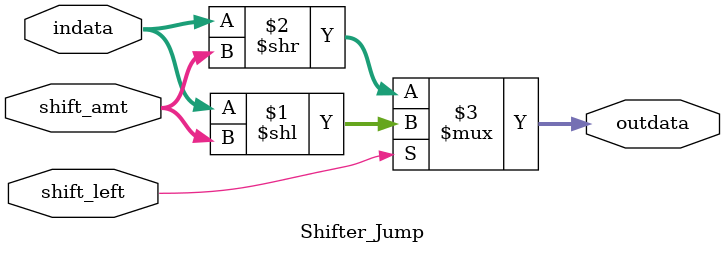
<source format=v>
module Shifter_Jump(
  indata,
  shift_amt,
  shift_left,
  outdata
);
// Input data (26 bits)
input [25:0] indata;
// Shift amount (2 bits)
input [1:0] shift_amt;
// Variable to determine if we shift left
input shift_left;
// Output data (28 bits) indata shifted left
output wire [27:0] outdata;

// If shift_left true
  // Shift indata left by shift_amt
// Else
  // Shift indata right by shift_amt
assign outdata = shift_left ? indata<<shift_amt : indata>>shift_amt;

endmodule
</source>
